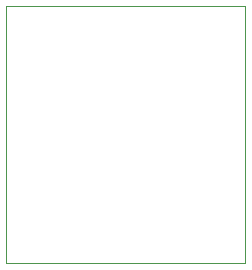
<source format=gbr>
G04 #@! TF.GenerationSoftware,KiCad,Pcbnew,8.0.01-1-dev-1e03266dfe*
G04 #@! TF.CreationDate,2024-03-02T01:41:00-08:00*
G04 #@! TF.ProjectId,sfh7070_breakoutboard,73666837-3037-4305-9f62-7265616b6f75,rev?*
G04 #@! TF.SameCoordinates,Original*
G04 #@! TF.FileFunction,Profile,NP*
%FSLAX46Y46*%
G04 Gerber Fmt 4.6, Leading zero omitted, Abs format (unit mm)*
G04 Created by KiCad (PCBNEW 8.0.01-1-dev-1e03266dfe) date 2024-03-02 01:41:00*
%MOMM*%
%LPD*%
G01*
G04 APERTURE LIST*
G04 #@! TA.AperFunction,Profile*
%ADD10C,0.050000*%
G04 #@! TD*
G04 APERTURE END LIST*
D10*
X20250000Y-17500000D02*
X40500000Y-17500000D01*
X40500000Y-39250000D01*
X20250000Y-39250000D01*
X20250000Y-17500000D01*
M02*

</source>
